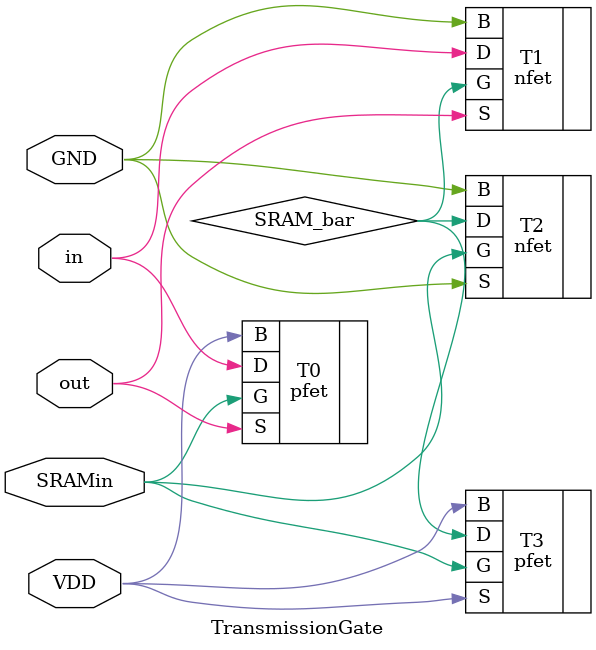
<source format=v>

module TransmissionGate ( GND, VDD, in, out, SRAMin );

inout  GND, VDD, in, out;

input  SRAMin;


specify 
    //specparam CDS_LIBNAME  = "VLSILab";
    //specparam CDS_CELLNAME = "TransmissionGate";
    //specparam CDS_VIEWNAME = "schematic";
endspecify

pfet  T3 ( .G(SRAMin), .B(VDD), .S(VDD), .D(SRAM_bar));
pfet  T0 ( .G(SRAMin), .B(VDD), .S(out), .D(in));
nfet  T2 ( .G(SRAMin), .B(GND), .S(GND), .D(SRAM_bar));
nfet  T1 ( .G(SRAM_bar), .B(GND), .S(out), .D(in));

endmodule

</source>
